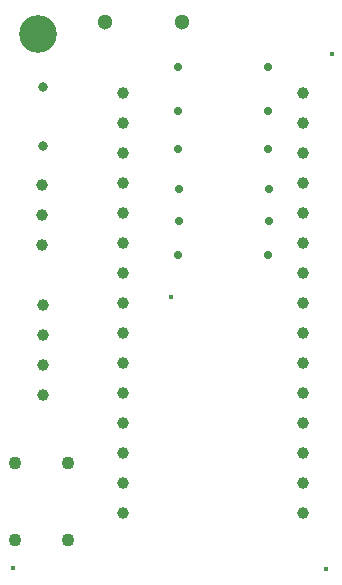
<source format=gbr>
%TF.GenerationSoftware,KiCad,Pcbnew,8.0.1*%
%TF.CreationDate,2024-04-05T21:52:17+02:00*%
%TF.ProjectId,LCRDT-Tester,4c435244-542d-4546-9573-7465722e6b69,0.31*%
%TF.SameCoordinates,PX57bafc0PY83cc3c0*%
%TF.FileFunction,Plated,1,2,PTH,Drill*%
%TF.FilePolarity,Positive*%
%FSLAX46Y46*%
G04 Gerber Fmt 4.6, Leading zero omitted, Abs format (unit mm)*
G04 Created by KiCad (PCBNEW 8.0.1) date 2024-04-05 21:52:17*
%MOMM*%
%LPD*%
G01*
G04 APERTURE LIST*
%TA.AperFunction,ViaDrill*%
%ADD10C,0.400000*%
%TD*%
%TA.AperFunction,ComponentDrill*%
%ADD11C,0.700000*%
%TD*%
%TA.AperFunction,ComponentDrill*%
%ADD12C,0.800000*%
%TD*%
%TA.AperFunction,ComponentDrill*%
%ADD13C,1.000000*%
%TD*%
%TA.AperFunction,ComponentDrill*%
%ADD14C,1.100000*%
%TD*%
%TA.AperFunction,ComponentDrill*%
%ADD15C,1.300000*%
%TD*%
%TA.AperFunction,ComponentDrill*%
%ADD16C,3.200000*%
%TD*%
G04 APERTURE END LIST*
D10*
X1790000Y1220000D03*
X15230000Y24150000D03*
X28310000Y1150000D03*
X28808000Y44690000D03*
D11*
%TO.C,R6*%
X15748000Y43620000D03*
%TO.C,R4*%
X15804000Y36670000D03*
%TO.C,R1*%
X15804000Y27680000D03*
%TO.C,R5*%
X15820000Y39890000D03*
%TO.C,R2*%
X15834500Y30560000D03*
%TO.C,R3*%
X15888500Y33310000D03*
%TO.C,R6*%
X23368000Y43620000D03*
%TO.C,R4*%
X23424000Y36670000D03*
%TO.C,R1*%
X23424000Y27680000D03*
%TO.C,R5*%
X23440000Y39890000D03*
%TO.C,R2*%
X23454500Y30560000D03*
%TO.C,R3*%
X23508500Y33310000D03*
D12*
%TO.C,C1*%
X4350000Y41900000D03*
X4350000Y36900000D03*
D13*
%TO.C,J1*%
X4268500Y33660000D03*
X4268500Y31120000D03*
X4268500Y28580000D03*
%TO.C,J2*%
X4349000Y23470000D03*
X4349000Y20930000D03*
X4349000Y18390000D03*
X4349000Y15850000D03*
%TO.C,A1*%
X11148000Y41460000D03*
X11148000Y38920000D03*
X11148000Y36380000D03*
X11148000Y33840000D03*
X11148000Y31300000D03*
X11148000Y28760000D03*
X11148000Y26220000D03*
X11148000Y23680000D03*
X11148000Y21140000D03*
X11148000Y18600000D03*
X11148000Y16060000D03*
X11148000Y13520000D03*
X11148000Y10980000D03*
X11148000Y8440000D03*
X11148000Y5900000D03*
X26388000Y41460000D03*
X26388000Y38920000D03*
X26388000Y36380000D03*
X26388000Y33840000D03*
X26388000Y31300000D03*
X26388000Y28760000D03*
X26388000Y26220000D03*
X26388000Y23680000D03*
X26388000Y21140000D03*
X26388000Y18600000D03*
X26388000Y16060000D03*
X26388000Y13520000D03*
X26388000Y10980000D03*
X26388000Y8440000D03*
X26388000Y5900000D03*
D14*
%TO.C,Start*%
X1958000Y10100000D03*
X1958000Y3600000D03*
X6458000Y10100000D03*
X6458000Y3600000D03*
D15*
%TO.C,Reset*%
X9588000Y47450000D03*
X16088000Y47450000D03*
D16*
%TO.C,REF9\u002A\u002A*%
X3948000Y46430000D03*
M02*

</source>
